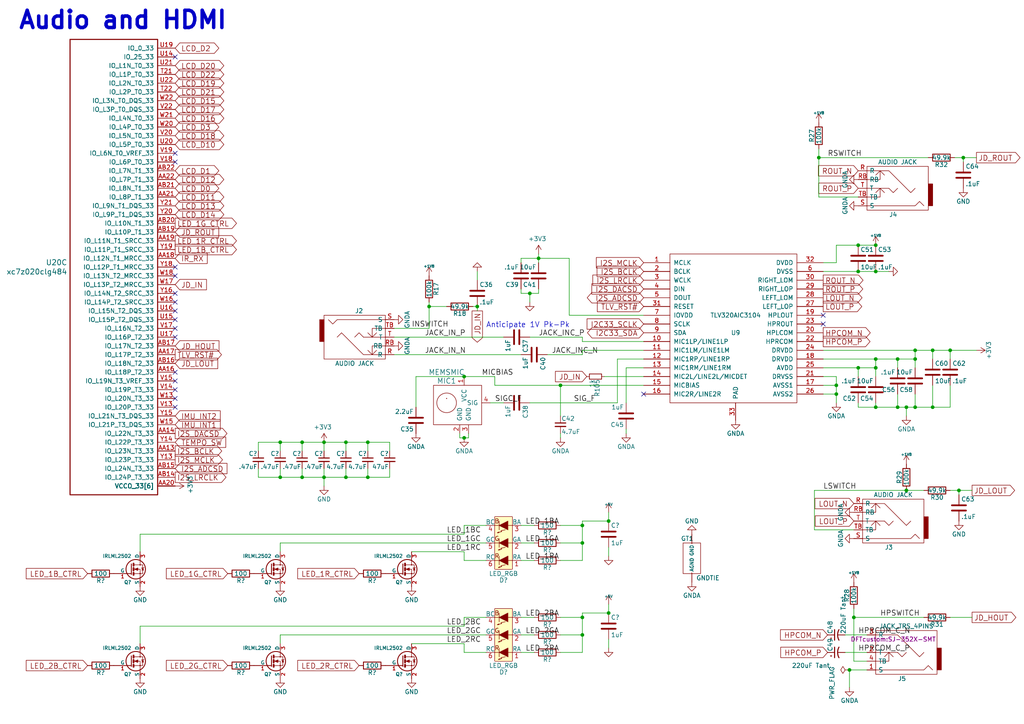
<source format=kicad_sch>
(kicad_sch (version 20230121) (generator eeschema)
  (paper "A4")
  (junction (at 100.33 128.27))
  (junction (at 242.57 114.3))
  (junction (at 87.63 128.27))
  (junction (at 138.43 88.9))
  (junction (at 134.62 127))
  (junction (at 168.91 179.07))
  (junction (at 248.92 106.68))
  (junction (at 156.21 74.93))
  (junction (at 81.28 138.43))
  (junction (at 176.53 151.13))
  (junction (at 254 106.68))
  (junction (at 270.51 118.11))
  (junction (at 81.28 128.27))
  (junction (at 106.68 138.43))
  (junction (at 265.43 101.6))
  (junction (at 254 104.14))
  (junction (at 93.98 138.43))
  (junction (at 247.65 179.07))
  (junction (at 124.46 88.9))
  (junction (at 134.62 109.22))
  (junction (at 93.98 128.27))
  (junction (at 87.63 138.43))
  (junction (at 168.91 152.4))
  (junction (at 106.68 128.27))
  (junction (at 100.33 138.43))
  (junction (at 260.35 118.11))
  (junction (at 260.35 104.14))
  (junction (at 248.92 78.74))
  (junction (at 262.89 118.11))
  (junction (at 168.91 184.15))
  (junction (at 246.38 194.31))
  (junction (at 153.67 85.09))
  (junction (at 262.89 142.24))
  (junction (at 275.59 101.6))
  (junction (at 254 118.11))
  (junction (at 248.92 71.12))
  (junction (at 270.51 101.6))
  (junction (at 168.91 157.48))
  (junction (at 265.43 118.11))
  (junction (at 176.53 177.8))
  (junction (at 254 71.12))
  (junction (at 242.57 111.76))
  (junction (at 254 78.74))
  (junction (at 237.49 45.72))
  (junction (at 162.56 111.76))
  (junction (at 279.4 45.72))
  (junction (at 278.13 142.24))
  (junction (at 265.43 104.14))
  (no_connect (at 50.8 95.25))
  (no_connect (at 50.8 110.49))
  (no_connect (at 50.8 80.01))
  (no_connect (at 50.8 118.11))
  (no_connect (at 238.76 93.98))
  (no_connect (at 50.8 97.79))
  (no_connect (at 50.8 77.47))
  (no_connect (at 50.8 90.17))
  (no_connect (at 186.69 114.3))
  (no_connect (at 50.8 44.45))
  (no_connect (at 50.8 87.63))
  (no_connect (at 50.8 115.57))
  (no_connect (at 238.76 91.44))
  (no_connect (at 50.8 92.71))
  (no_connect (at 50.8 85.09))
  (no_connect (at 50.8 46.99))
  (no_connect (at 50.8 107.95))
  (no_connect (at 50.8 113.03))
  (no_connect (at 50.8 16.51))
  (wire (pts (xy 113.03 130.81) (xy 113.03 128.27)))
  (wire (pts (xy 276.86 45.72) (xy 279.4 45.72)))
  (wire (pts (xy 236.22 142.24) (xy 262.89 142.24)))
  (wire (pts (xy 114.3 97.79) (xy 146.05 97.79)))
  (wire (pts (xy 124.46 88.9) (xy 124.46 95.25)))
  (wire (pts (xy 120.65 109.22) (xy 120.65 118.11)))
  (wire (pts (xy 156.21 74.93) (xy 165.1 74.93)))
  (wire (pts (xy 168.91 177.8) (xy 168.91 179.07)))
  (wire (pts (xy 81.28 138.43) (xy 74.93 138.43)))
  (wire (pts (xy 265.43 101.6) (xy 270.51 101.6)))
  (wire (pts (xy 162.56 125.73) (xy 162.56 127)))
  (wire (pts (xy 124.46 88.9) (xy 129.54 88.9)))
  (wire (pts (xy 236.22 153.67) (xy 247.65 153.67)))
  (wire (pts (xy 179.07 116.84) (xy 153.67 116.84)))
  (wire (pts (xy 238.76 111.76) (xy 242.57 111.76)))
  (wire (pts (xy 93.98 138.43) (xy 93.98 140.97)))
  (wire (pts (xy 151.13 102.87) (xy 114.3 102.87)))
  (wire (pts (xy 151.13 157.48) (xy 154.94 157.48)))
  (wire (pts (xy 248.92 78.74) (xy 254 78.74)))
  (wire (pts (xy 151.13 74.93) (xy 156.21 74.93)))
  (wire (pts (xy 93.98 128.27) (xy 93.98 130.81)))
  (wire (pts (xy 248.92 71.12) (xy 254 71.12)))
  (wire (pts (xy 93.98 138.43) (xy 87.63 138.43)))
  (wire (pts (xy 168.91 97.79) (xy 168.91 99.06)))
  (wire (pts (xy 124.46 95.25) (xy 114.3 95.25)))
  (wire (pts (xy 242.57 114.3) (xy 242.57 116.84)))
  (wire (pts (xy 248.92 106.68) (xy 254 106.68)))
  (wire (pts (xy 151.13 152.4) (xy 154.94 152.4)))
  (wire (pts (xy 134.62 189.23) (xy 134.62 186.69)))
  (wire (pts (xy 238.76 109.22) (xy 242.57 109.22)))
  (wire (pts (xy 278.13 142.24) (xy 281.94 142.24)))
  (wire (pts (xy 237.49 45.72) (xy 269.24 45.72)))
  (wire (pts (xy 176.53 148.59) (xy 176.53 151.13)))
  (wire (pts (xy 134.62 109.22) (xy 120.65 109.22)))
  (wire (pts (xy 176.53 177.8) (xy 168.91 177.8)))
  (wire (pts (xy 242.57 109.22) (xy 242.57 111.76)))
  (wire (pts (xy 279.4 46.99) (xy 279.4 45.72)))
  (wire (pts (xy 176.53 151.13) (xy 168.91 151.13)))
  (wire (pts (xy 106.68 128.27) (xy 100.33 128.27)))
  (wire (pts (xy 113.03 138.43) (xy 106.68 138.43)))
  (wire (pts (xy 138.43 81.28) (xy 138.43 78.74)))
  (wire (pts (xy 134.62 162.56) (xy 140.97 162.56)))
  (wire (pts (xy 100.33 128.27) (xy 93.98 128.27)))
  (wire (pts (xy 134.62 181.61) (xy 134.62 179.07)))
  (wire (pts (xy 265.43 114.3) (xy 265.43 118.11)))
  (wire (pts (xy 124.46 87.63) (xy 124.46 88.9)))
  (wire (pts (xy 81.28 130.81) (xy 81.28 128.27)))
  (wire (pts (xy 245.11 184.15) (xy 251.46 184.15)))
  (wire (pts (xy 247.65 179.07) (xy 267.97 179.07)))
  (wire (pts (xy 238.76 104.14) (xy 254 104.14)))
  (wire (pts (xy 168.91 151.13) (xy 168.91 152.4)))
  (wire (pts (xy 270.51 101.6) (xy 270.51 104.14)))
  (wire (pts (xy 260.35 114.3) (xy 260.35 118.11)))
  (wire (pts (xy 87.63 128.27) (xy 81.28 128.27)))
  (wire (pts (xy 151.13 85.09) (xy 153.67 85.09)))
  (wire (pts (xy 106.68 128.27) (xy 106.68 130.81)))
  (wire (pts (xy 279.4 45.72) (xy 283.21 45.72)))
  (wire (pts (xy 168.91 189.23) (xy 162.56 189.23)))
  (wire (pts (xy 162.56 184.15) (xy 168.91 184.15)))
  (wire (pts (xy 176.53 158.75) (xy 176.53 161.29)))
  (wire (pts (xy 106.68 138.43) (xy 100.33 138.43)))
  (wire (pts (xy 142.24 116.84) (xy 146.05 116.84)))
  (wire (pts (xy 247.65 179.07) (xy 247.65 191.77)))
  (wire (pts (xy 40.64 181.61) (xy 134.62 181.61)))
  (wire (pts (xy 87.63 138.43) (xy 81.28 138.43)))
  (wire (pts (xy 81.28 128.27) (xy 74.93 128.27)))
  (wire (pts (xy 251.46 189.23) (xy 245.11 189.23)))
  (wire (pts (xy 265.43 118.11) (xy 270.51 118.11)))
  (wire (pts (xy 134.62 186.69) (xy 119.38 186.69)))
  (wire (pts (xy 176.53 185.42) (xy 176.53 187.96)))
  (wire (pts (xy 165.1 91.44) (xy 165.1 74.93)))
  (wire (pts (xy 153.67 97.79) (xy 168.91 97.79)))
  (wire (pts (xy 40.64 181.61) (xy 40.64 186.69)))
  (wire (pts (xy 275.59 142.24) (xy 278.13 142.24)))
  (wire (pts (xy 270.51 101.6) (xy 275.59 101.6)))
  (wire (pts (xy 247.65 191.77) (xy 251.46 191.77)))
  (wire (pts (xy 248.92 118.11) (xy 254 118.11)))
  (wire (pts (xy 93.98 128.27) (xy 87.63 128.27)))
  (wire (pts (xy 162.56 111.76) (xy 186.69 111.76)))
  (wire (pts (xy 153.67 85.09) (xy 156.21 85.09)))
  (wire (pts (xy 143.51 109.22) (xy 134.62 109.22)))
  (wire (pts (xy 260.35 104.14) (xy 265.43 104.14)))
  (wire (pts (xy 181.61 124.46) (xy 181.61 125.73)))
  (wire (pts (xy 74.93 128.27) (xy 74.93 130.81)))
  (wire (pts (xy 168.91 162.56) (xy 162.56 162.56)))
  (wire (pts (xy 242.57 76.2) (xy 242.57 71.12)))
  (wire (pts (xy 262.89 142.24) (xy 267.97 142.24)))
  (wire (pts (xy 238.76 101.6) (xy 265.43 101.6)))
  (wire (pts (xy 134.62 160.02) (xy 119.38 160.02)))
  (wire (pts (xy 186.69 109.22) (xy 175.26 109.22)))
  (wire (pts (xy 151.13 184.15) (xy 154.94 184.15)))
  (wire (pts (xy 81.28 160.02) (xy 81.28 157.48)))
  (wire (pts (xy 168.91 152.4) (xy 168.91 157.48)))
  (wire (pts (xy 236.22 142.24) (xy 236.22 153.67)))
  (wire (pts (xy 168.91 179.07) (xy 168.91 184.15)))
  (wire (pts (xy 158.75 102.87) (xy 168.91 102.87)))
  (wire (pts (xy 74.93 138.43) (xy 74.93 135.89)))
  (wire (pts (xy 143.51 111.76) (xy 162.56 111.76)))
  (wire (pts (xy 156.21 85.09) (xy 156.21 83.82)))
  (wire (pts (xy 176.53 175.26) (xy 176.53 177.8)))
  (wire (pts (xy 137.16 88.9) (xy 138.43 88.9)))
  (wire (pts (xy 168.91 184.15) (xy 168.91 189.23)))
  (wire (pts (xy 246.38 194.31) (xy 251.46 194.31)))
  (wire (pts (xy 242.57 71.12) (xy 248.92 71.12)))
  (wire (pts (xy 181.61 106.68) (xy 181.61 116.84)))
  (wire (pts (xy 100.33 138.43) (xy 93.98 138.43)))
  (wire (pts (xy 134.62 152.4) (xy 140.97 152.4)))
  (wire (pts (xy 248.92 106.68) (xy 248.92 109.22)))
  (wire (pts (xy 262.89 118.11) (xy 262.89 120.65)))
  (wire (pts (xy 156.21 73.66) (xy 156.21 74.93)))
  (wire (pts (xy 254 104.14) (xy 254 106.68)))
  (wire (pts (xy 270.51 118.11) (xy 275.59 118.11)))
  (wire (pts (xy 254 106.68) (xy 254 109.22)))
  (wire (pts (xy 238.76 76.2) (xy 242.57 76.2)))
  (wire (pts (xy 151.13 76.2) (xy 151.13 74.93)))
  (wire (pts (xy 238.76 78.74) (xy 248.92 78.74)))
  (wire (pts (xy 237.49 57.15) (xy 248.92 57.15)))
  (wire (pts (xy 237.49 43.18) (xy 237.49 45.72)))
  (wire (pts (xy 242.57 111.76) (xy 242.57 114.3)))
  (wire (pts (xy 151.13 162.56) (xy 154.94 162.56)))
  (wire (pts (xy 134.62 127) (xy 135.89 127)))
  (wire (pts (xy 81.28 186.69) (xy 81.28 184.15)))
  (wire (pts (xy 40.64 154.94) (xy 134.62 154.94)))
  (wire (pts (xy 153.67 87.63) (xy 153.67 85.09)))
  (wire (pts (xy 168.91 157.48) (xy 168.91 162.56)))
  (wire (pts (xy 151.13 179.07) (xy 154.94 179.07)))
  (wire (pts (xy 254 118.11) (xy 260.35 118.11)))
  (wire (pts (xy 275.59 118.11) (xy 275.59 111.76)))
  (wire (pts (xy 247.65 176.53) (xy 247.65 179.07)))
  (wire (pts (xy 81.28 184.15) (xy 140.97 184.15)))
  (wire (pts (xy 162.56 157.48) (xy 168.91 157.48)))
  (wire (pts (xy 275.59 179.07) (xy 281.94 179.07)))
  (wire (pts (xy 87.63 135.89) (xy 87.63 138.43)))
  (wire (pts (xy 162.56 179.07) (xy 168.91 179.07)))
  (wire (pts (xy 238.76 114.3) (xy 242.57 114.3)))
  (wire (pts (xy 179.07 104.14) (xy 186.69 104.14)))
  (wire (pts (xy 134.62 162.56) (xy 134.62 160.02)))
  (wire (pts (xy 238.76 106.68) (xy 248.92 106.68)))
  (wire (pts (xy 162.56 111.76) (xy 162.56 120.65)))
  (wire (pts (xy 260.35 118.11) (xy 262.89 118.11)))
  (wire (pts (xy 134.62 179.07) (xy 140.97 179.07)))
  (wire (pts (xy 246.38 194.31) (xy 246.38 199.39)))
  (wire (pts (xy 134.62 189.23) (xy 140.97 189.23)))
  (wire (pts (xy 168.91 102.87) (xy 168.91 101.6)))
  (wire (pts (xy 237.49 45.72) (xy 237.49 57.15)))
  (wire (pts (xy 254 104.14) (xy 260.35 104.14)))
  (wire (pts (xy 265.43 104.14) (xy 265.43 106.68)))
  (wire (pts (xy 254 118.11) (xy 254 116.84)))
  (wire (pts (xy 168.91 101.6) (xy 186.69 101.6)))
  (wire (pts (xy 113.03 138.43) (xy 113.03 135.89)))
  (wire (pts (xy 179.07 104.14) (xy 179.07 116.84)))
  (wire (pts (xy 100.33 135.89) (xy 100.33 138.43)))
  (wire (pts (xy 106.68 135.89) (xy 106.68 138.43)))
  (wire (pts (xy 162.56 152.4) (xy 168.91 152.4)))
  (wire (pts (xy 254 78.74) (xy 257.81 78.74)))
  (wire (pts (xy 156.21 74.93) (xy 156.21 76.2)))
  (wire (pts (xy 248.92 118.11) (xy 248.92 116.84)))
  (wire (pts (xy 260.35 104.14) (xy 260.35 106.68)))
  (wire (pts (xy 275.59 101.6) (xy 283.21 101.6)))
  (wire (pts (xy 265.43 101.6) (xy 265.43 104.14)))
  (wire (pts (xy 113.03 128.27) (xy 106.68 128.27)))
  (wire (pts (xy 81.28 135.89) (xy 81.28 138.43)))
  (wire (pts (xy 135.89 127) (xy 135.89 125.73)))
  (wire (pts (xy 168.91 99.06) (xy 186.69 99.06)))
  (wire (pts (xy 133.35 127) (xy 134.62 127)))
  (wire (pts (xy 133.35 125.73) (xy 133.35 127)))
  (wire (pts (xy 270.51 111.76) (xy 270.51 118.11)))
  (wire (pts (xy 87.63 128.27) (xy 87.63 130.81)))
  (wire (pts (xy 262.89 118.11) (xy 265.43 118.11)))
  (wire (pts (xy 151.13 189.23) (xy 154.94 189.23)))
  (wire (pts (xy 40.64 154.94) (xy 40.64 160.02)))
  (wire (pts (xy 81.28 157.48) (xy 140.97 157.48)))
  (wire (pts (xy 151.13 83.82) (xy 151.13 85.09)))
  (wire (pts (xy 100.33 128.27) (xy 100.33 130.81)))
  (wire (pts (xy 186.69 91.44) (xy 165.1 91.44)))
  (wire (pts (xy 93.98 135.89) (xy 93.98 138.43)))
  (wire (pts (xy 138.43 88.9) (xy 138.43 90.17)))
  (wire (pts (xy 278.13 143.51) (xy 278.13 142.24)))
  (wire (pts (xy 186.69 106.68) (xy 181.61 106.68)))
  (wire (pts (xy 134.62 154.94) (xy 134.62 152.4)))
  (wire (pts (xy 275.59 101.6) (xy 275.59 104.14)))
  (wire (pts (xy 143.51 111.76) (xy 143.51 109.22)))
  (text "Audio and HDMI" (at 5.08 8.89 0) (effects (font (size 5.0038 5.0038) (thickness 1.0008) bold) (justify left bottom)))
  (text "Anticipate 1V Pk-Pk" (at 140.97 95.25 0) (effects (font (size 1.5494 1.5494)) (justify left bottom)))
  (label "MICBIAS" (at 139.7 109.22 0) (effects (font (size 1.524 1.524))))
  (label "LED_2GA" (at 152.4 184.15 0) (effects (font (size 1.524 1.524))))
  (label "LED_2GC" (at 129.54 184.15 0) (effects (font (size 1.524 1.524))))
  (label "LED_1RC" (at 129.54 160.02 0) (effects (font (size 1.524 1.524))))
  (label "LED_1RA" (at 152.4 162.56 0) (effects (font (size 1.524 1.524))))
  (label "LED_1BC" (at 129.54 154.94 0) (effects (font (size 1.524 1.524))))
  (label "LED_2BC" (at 129.54 181.61 0) (effects (font (size 1.524 1.524))))
  (label "JACK_INC_N" (at 160.02 102.87 0) (effects (font (size 1.524 1.524))))
  (label "LSWITCH" (at 238.76 142.24 0) (effects (font (size 1.524 1.524))))
  (label "LED_2RA" (at 152.4 189.23 0) (effects (font (size 1.524 1.524))))
  (label "HPRCOM_C_N" (at 248.92 184.15 0) (effects (font (size 1.524 1.524))))
  (label "SIG_F" (at 166.37 116.84 0) (effects (font (size 1.524 1.524))))
  (label "LED_1BA" (at 152.4 152.4 0) (effects (font (size 1.524 1.524))))
  (label "LED_1GA" (at 152.4 157.48 0) (effects (font (size 1.524 1.524))))
  (label "LED_1GC" (at 129.54 157.48 0) (effects (font (size 1.524 1.524))))
  (label "HPRCOM_C_P" (at 248.92 189.23 0) (effects (font (size 1.524 1.524))))
  (label "RSWITCH" (at 240.03 45.72 0) (effects (font (size 1.524 1.524))))
  (label "SIGC_F" (at 143.51 116.84 0) (effects (font (size 1.524 1.524))))
  (label "JACK_IN_N" (at 123.19 102.87 0) (effects (font (size 1.524 1.524))))
  (label "LED_2BA" (at 152.4 179.07 0) (effects (font (size 1.524 1.524))))
  (label "HPSWITCH" (at 255.27 179.07 0) (effects (font (size 1.524 1.524))))
  (label "JACK_INC_P" (at 156.21 97.79 0) (effects (font (size 1.524 1.524))))
  (label "JACK_IN_P" (at 123.19 97.79 0) (effects (font (size 1.524 1.524))))
  (label "INSWITCH" (at 119.38 95.25 0) (effects (font (size 1.524 1.524))))
  (label "LED_2RC" (at 129.54 186.69 0) (effects (font (size 1.524 1.524))))
  (global_label "TLV_RST#" (shape output) (at 50.8 102.87 0) (effects (font (size 1.524 1.524))) (property "Intersheetrefs" "${INTERSHEET_REFS}" (effects hide)))
  (global_label "LOUT_N" (shape input) (at 247.65 146.05 180) (effects (font (size 1.524 1.524))) (property "Intersheetrefs" "${INTERSHEET_REFS}" (effects hide)))
  (global_label "I2S_DACSD" (shape output) (at 50.8 125.73 0) (effects (font (size 1.524 1.524))) (property "Intersheetrefs" "${INTERSHEET_REFS}" (effects hide)))
  (global_label "ROUT_P" (shape output) (at 238.76 83.82 0) (effects (font (size 1.524 1.524))) (property "Intersheetrefs" "${INTERSHEET_REFS}" (effects hide)))
  (global_label "LCD_D13" (shape bidirectional) (at 50.8 59.69 0) (effects (font (size 1.524 1.524))) (property "Intersheetrefs" "${INTERSHEET_REFS}" (effects hide)))
  (global_label "LCD_D0" (shape bidirectional) (at 50.8 54.61 0) (effects (font (size 1.524 1.524))) (property "Intersheetrefs" "${INTERSHEET_REFS}" (effects hide)))
  (global_label "LCD_D20" (shape bidirectional) (at 50.8 19.05 0) (effects (font (size 1.524 1.524))) (property "Intersheetrefs" "${INTERSHEET_REFS}" (effects hide)))
  (global_label "LCD_D19" (shape bidirectional) (at 50.8 24.13 0) (effects (font (size 1.524 1.524))) (property "Intersheetrefs" "${INTERSHEET_REFS}" (effects hide)))
  (global_label "I2S_LRCLK" (shape input) (at 186.69 81.28 180) (effects (font (size 1.524 1.524))) (property "Intersheetrefs" "${INTERSHEET_REFS}" (effects hide)))
  (global_label "LOUT_P" (shape output) (at 238.76 88.9 0) (effects (font (size 1.524 1.524))) (property "Intersheetrefs" "${INTERSHEET_REFS}" (effects hide)))
  (global_label "IR_RX" (shape input) (at 50.8 74.93 0) (effects (font (size 1.524 1.524))) (property "Intersheetrefs" "${INTERSHEET_REFS}" (effects hide)))
  (global_label "JD_HOUT" (shape input) (at 50.8 100.33 0) (effects (font (size 1.524 1.524))) (property "Intersheetrefs" "${INTERSHEET_REFS}" (effects hide)))
  (global_label "LCD_D1" (shape bidirectional) (at 50.8 49.53 0) (effects (font (size 1.524 1.524))) (property "Intersheetrefs" "${INTERSHEET_REFS}" (effects hide)))
  (global_label "LCD_D11" (shape bidirectional) (at 50.8 57.15 0) (effects (font (size 1.524 1.524))) (property "Intersheetrefs" "${INTERSHEET_REFS}" (effects hide)))
  (global_label "ROUT_N" (shape output) (at 238.76 81.28 0) (effects (font (size 1.524 1.524))) (property "Intersheetrefs" "${INTERSHEET_REFS}" (effects hide)))
  (global_label "LED_1G_CTRL" (shape input) (at 66.04 166.37 180) (effects (font (size 1.524 1.524))) (property "Intersheetrefs" "${INTERSHEET_REFS}" (effects hide)))
  (global_label "JD_ROUT" (shape output) (at 283.21 45.72 0) (effects (font (size 1.524 1.524))) (property "Intersheetrefs" "${INTERSHEET_REFS}" (effects hide)))
  (global_label "LCD_D3" (shape bidirectional) (at 50.8 36.83 0) (effects (font (size 1.524 1.524))) (property "Intersheetrefs" "${INTERSHEET_REFS}" (effects hide)))
  (global_label "LCD_D18" (shape bidirectional) (at 50.8 39.37 0) (effects (font (size 1.524 1.524))) (property "Intersheetrefs" "${INTERSHEET_REFS}" (effects hide)))
  (global_label "LOUT_N" (shape output) (at 238.76 86.36 0) (effects (font (size 1.524 1.524))) (property "Intersheetrefs" "${INTERSHEET_REFS}" (effects hide)))
  (global_label "I2S_BCLK" (shape output) (at 50.8 130.81 0) (effects (font (size 1.524 1.524))) (property "Intersheetrefs" "${INTERSHEET_REFS}" (effects hide)))
  (global_label "LED_1R_CTRL" (shape input) (at 104.14 166.37 180) (effects (font (size 1.524 1.524))) (property "Intersheetrefs" "${INTERSHEET_REFS}" (effects hide)))
  (global_label "TLV_RST#" (shape input) (at 186.69 88.9 180) (effects (font (size 1.524 1.524))) (property "Intersheetrefs" "${INTERSHEET_REFS}" (effects hide)))
  (global_label "LED_2G_CTRL" (shape input) (at 66.04 193.04 180) (effects (font (size 1.524 1.524))) (property "Intersheetrefs" "${INTERSHEET_REFS}" (effects hide)))
  (global_label "JD_LOUT" (shape output) (at 281.94 142.24 0) (effects (font (size 1.524 1.524))) (property "Intersheetrefs" "${INTERSHEET_REFS}" (effects hide)))
  (global_label "ROUT_P" (shape input) (at 248.92 54.61 180) (effects (font (size 1.524 1.524))) (property "Intersheetrefs" "${INTERSHEET_REFS}" (effects hide)))
  (global_label "I2C33_SDA" (shape bidirectional) (at 186.69 96.52 180) (effects (font (size 1.524 1.524))) (property "Intersheetrefs" "${INTERSHEET_REFS}" (effects hide)))
  (global_label "JD_IN" (shape input) (at 170.18 109.22 180) (effects (font (size 1.524 1.524))) (property "Intersheetrefs" "${INTERSHEET_REFS}" (effects hide)))
  (global_label "LCD_D16" (shape bidirectional) (at 50.8 34.29 0) (effects (font (size 1.524 1.524))) (property "Intersheetrefs" "${INTERSHEET_REFS}" (effects hide)))
  (global_label "JD_LOUT" (shape input) (at 50.8 105.41 0) (effects (font (size 1.524 1.524))) (property "Intersheetrefs" "${INTERSHEET_REFS}" (effects hide)))
  (global_label "HPCOM_N" (shape input) (at 240.03 184.15 180) (effects (font (size 1.524 1.524))) (property "Intersheetrefs" "${INTERSHEET_REFS}" (effects hide)))
  (global_label "LCD_D12" (shape bidirectional) (at 50.8 52.07 0) (effects (font (size 1.524 1.524))) (property "Intersheetrefs" "${INTERSHEET_REFS}" (effects hide)))
  (global_label "LCD_D14" (shape bidirectional) (at 50.8 62.23 0) (effects (font (size 1.524 1.524))) (property "Intersheetrefs" "${INTERSHEET_REFS}" (effects hide)))
  (global_label "LCD_D10" (shape bidirectional) (at 50.8 41.91 0) (effects (font (size 1.524 1.524))) (property "Intersheetrefs" "${INTERSHEET_REFS}" (effects hide)))
  (global_label "LED_2B_CTRL" (shape input) (at 25.4 193.04 180) (effects (font (size 1.524 1.524))) (property "Intersheetrefs" "${INTERSHEET_REFS}" (effects hide)))
  (global_label "JD_IN" (shape output) (at 138.43 90.17 270) (effects (font (size 1.524 1.524))) (property "Intersheetrefs" "${INTERSHEET_REFS}" (effects hide)))
  (global_label "LCD_D2" (shape bidirectional) (at 50.8 13.97 0) (effects (font (size 1.524 1.524))) (property "Intersheetrefs" "${INTERSHEET_REFS}" (effects hide)))
  (global_label "LED_1G_CTRL" (shape output) (at 50.8 64.77 0) (effects (font (size 1.524 1.524))) (property "Intersheetrefs" "${INTERSHEET_REFS}" (effects hide)))
  (global_label "LED_1R_CTRL" (shape output) (at 50.8 69.85 0) (effects (font (size 1.524 1.524))) (property "Intersheetrefs" "${INTERSHEET_REFS}" (effects hide)))
  (global_label "I2S_DACSD" (shape input) (at 186.69 83.82 180) (effects (font (size 1.524 1.524))) (property "Intersheetrefs" "${INTERSHEET_REFS}" (effects hide)))
  (global_label "LED_1B_CTRL" (shape output) (at 50.8 72.39 0) (effects (font (size 1.524 1.524))) (property "Intersheetrefs" "${INTERSHEET_REFS}" (effects hide)))
  (global_label "ROUT_N" (shape input) (at 248.92 49.53 180) (effects (font (size 1.524 1.524))) (property "Intersheetrefs" "${INTERSHEET_REFS}" (effects hide)))
  (global_label "I2S_MCLK" (shape output) (at 50.8 133.35 0) (effects (font (size 1.524 1.524))) (property "Intersheetrefs" "${INTERSHEET_REFS}" (effects hide)))
  (global_label "IMU_INT2" (shape input) (at 50.8 120.65 0) (effects (font (size 1.524 1.524))) (property "Intersheetrefs" "${INTERSHEET_REFS}" (effects hide)))
  (global_label "LCD_D21" (shape bidirectional) (at 50.8 26.67 0) (effects (font (size 1.524 1.524))) (property "Intersheetrefs" "${INTERSHEET_REFS}" (effects hide)))
  (global_label "I2S_ADCSD" (shape input) (at 50.8 135.89 0) (effects (font (size 1.524 1.524))) (property "Intersheetrefs" "${INTERSHEET_REFS}" (effects hide)))
  (global_label "LCD_D17" (shape bidirectional) (at 50.8 31.75 0) (effects (font (size 1.524 1.524))) (property "Intersheetrefs" "${INTERSHEET_REFS}" (effects hide)))
  (global_label "I2S_ADCSD" (shape bidirectional) (at 186.69 86.36 180) (effects (font (size 1.524 1.524))) (property "Intersheetrefs" "${INTERSHEET_REFS}" (effects hide)))
  (global_label "LOUT_P" (shape input) (at 247.65 151.13 180) (effects (font (size 1.524 1.524))) (property "Intersheetrefs" "${INTERSHEET_REFS}" (effects hide)))
  (global_label "LED_2R_CTRL" (shape input) (at 104.14 193.04 180) (effects (font (size 1.524 1.524))) (property "Intersheetrefs" "${INTERSHEET_REFS}" (effects hide)))
  (global_label "LCD_D15" (shape bidirectional) (at 50.8 29.21 0) (effects (font (size 1.524 1.524))) (property "Intersheetrefs" "${INTERSHEET_REFS}" (effects hide)))
  (global_label "I2S_MCLK" (shape input) (at 186.69 76.2 180) (effects (font (size 1.524 1.524))) (property "Intersheetrefs" "${INTERSHEET_REFS}" (effects hide)))
  (global_label "HPCOM_N" (shape output) (at 238.76 96.52 0) (effects (font (size 1.524 1.524))) (property "Intersheetrefs" "${INTERSHEET_REFS}" (effects hide)))
  (global_label "TEMPO_SW" (shape input) (at 50.8 128.27 0) (effects (font (size 1.524 1.524))) (property "Intersheetrefs" "${INTERSHEET_REFS}" (effects hide)))
  (global_label "I2S_LRCLK" (shape output) (at 50.8 138.43 0) (effects (font (size 1.524 1.524))) (property "Intersheetrefs" "${INTERSHEET_REFS}" (effects hide)))
  (global_label "JD_HOUT" (shape output) (at 281.94 179.07 0) (effects (font (size 1.524 1.524))) (property "Intersheetrefs" "${INTERSHEET_REFS}" (effects hide)))
  (global_label "LCD_D22" (shape bidirectional) (at 50.8 21.59 0) (effects (font (size 1.524 1.524))) (property "Intersheetrefs" "${INTERSHEET_REFS}" (effects hide)))
  (global_label "I2C33_SCLK" (shape input) (at 186.69 93.98 180) (effects (font (size 1.524 1.524))) (property "Intersheetrefs" "${INTERSHEET_REFS}" (effects hide)))
  (global_label "LED_1B_CTRL" (shape input) (at 25.4 166.37 180) (effects (font (size 1.524 1.524))) (property "Intersheetrefs" "${INTERSHEET_REFS}" (effects hide)))
  (global_label "JD_ROUT" (shape input) (at 50.8 67.31 0) (effects (font (size 1.524 1.524))) (property "Intersheetrefs" "${INTERSHEET_REFS}" (effects hide)))
  (global_label "HPCOM_P" (shape input) (at 240.03 189.23 180) (effects (font (size 1.524 1.524))) (property "Intersheetrefs" "${INTERSHEET_REFS}" (effects hide)))
  (global_label "I2S_BCLK" (shape input) (at 186.69 78.74 180) (effects (font (size 1.524 1.524))) (property "Intersheetrefs" "${INTERSHEET_REFS}" (effects hide)))
  (global_label "IMU_INT1" (shape input) (at 50.8 123.19 0) (effects (font (size 1.524 1.524))) (property "Intersheetrefs" "${INTERSHEET_REFS}" (effects hide)))
  (global_label "JD_IN" (shape input) (at 50.8 82.55 0) (effects (font (size 1.524 1.524))) (property "Intersheetrefs" "${INTERSHEET_REFS}" (effects hide)))
  (global_label "HPCOM_P" (shape output) (at 238.76 99.06 0) (effects (font (size 1.524 1.524))) (property "Intersheetrefs" "${INTERSHEET_REFS}" (effects hide)))
  (symbol (lib_id "Device:R") (at 237.49 39.37 180) (unit 1)
    (property "Reference" "R27" (at 235.458 39.37 90))
    (property "Value" "100k" (at 237.49 39.37 90))
    (property "Footprint" "Resistor_SMD:R_0402_1005Metric" (effects hide))
    (property "MFR" "Yageo" (effects hide))
    (property "MPN" "RC0402FR-07100KL" (effects hide))
    (property "SPR" "Digikey" (effects hide))
    (property "SPN" "311-100KLRTR-ND" (effects hide))
  )
  (symbol (lib_id "Device:R") (at 262.89 138.43 180) (unit 1)
    (property "Reference" "R29" (at 260.858 138.43 90))
    (property "Value" "100k" (at 262.89 138.43 90))
    (property "Footprint" "Resistor_SMD:R_0402_1005Metric" (effects hide))
    (property "MFR" "Yageo" (effects hide))
    (property "MPN" "RC0402FR-07100KL" (effects hide))
    (property "SPR" "Digikey" (effects hide))
    (property "SPN" "311-100KLRTR-ND" (effects hide))
  )
  (symbol (lib_id "Device:R") (at 247.65 172.72 180) (unit 1)
    (property "Reference" "R28" (at 245.618 172.72 90))
    (property "Value" "100k" (at 247.65 172.72 90))
    (property "Footprint" "Resistor_SMD:R_0402_1005Metric" (effects hide))
    (property "MFR" "Yageo" (effects hide))
    (property "MPN" "RC0402FR-07100KL" (effects hide))
    (property "SPR" "Digikey" (effects hide))
    (property "SPN" "311-100KLRTR-ND" (effects hide))
  )
  (symbol (lib_id "Device:R") (at 273.05 45.72 270) (unit 1)
    (property "Reference" "R32" (at 273.05 47.752 90))
    (property "Value" "49.9k" (at 273.05 45.72 90))
    (property "Footprint" "Resistor_SMD:R_0402_1005Metric" (effects hide))
    (property "MFR" "Yageo" (effects hide))
    (property "MPN" "RC0402FR-0749K9L" (effects hide))
    (property "SPR" "Digikey" (effects hide))
    (property "SPN" "311-49.9KLRCT-ND" (effects hide))
  )
  (symbol (lib_id "Device:R") (at 271.78 142.24 270) (unit 1)
    (property "Reference" "R30" (at 271.78 144.272 90))
    (property "Value" "49.9k" (at 271.78 142.24 90))
    (property "Footprint" "Resistor_SMD:R_0402_1005Metric" (effects hide))
    (property "MFR" "Yageo" (effects hide))
    (property "MPN" "RC0402FR-0749K9L" (effects hide))
    (property "SPR" "Digikey" (effects hide))
    (property "SPN" "311-49.9KLRCT-ND" (effects hide))
  )
  (symbol (lib_id "Device:R") (at 271.78 179.07 270) (unit 1)
    (property "Reference" "R31" (at 271.78 181.102 90))
    (property "Value" "49.9k" (at 271.78 179.07 90))
    (property "Footprint" "Resistor_SMD:R_0402_1005Metric" (effects hide))
    (property "MFR" "Yageo" (effects hide))
    (property "MPN" "RC0402FR-0749K9L" (effects hide))
    (property "SPR" "Digikey" (effects hide))
    (property "SPN" "311-49.9KLRCT-ND" (effects hide))
  )
  (symbol (lib_id "power:GND") (at 279.4 54.61 0) (unit 1)
    (property "Reference" "#PWR099" (effects hide))
    (property "Value" "GND" (at 279.4 58.42 0))
  )
  (symbol (lib_id "power:GND") (at 278.13 151.13 0) (unit 1)
    (property "Reference" "#PWR098" (effects hide))
    (property "Value" "GND" (at 278.13 154.94 0))
  )
  (symbol (lib_id "Device:R") (at 124.46 83.82 0) (unit 1)
    (property "Reference" "R17" (at 126.492 83.82 90))
    (property "Value" "100k" (at 124.46 83.82 90))
    (property "Footprint" "Resistor_SMD:R_0402_1005Metric" (effects hide))
    (property "MFR" "Yageo" (effects hide))
    (property "MPN" "RC0402FR-07100KL" (effects hide))
    (property "SPR" "Digikey" (effects hide))
    (property "SPN" "311-100KLRTR-ND" (effects hide))
  )
  (symbol (lib_id "Device:R") (at 133.35 88.9 270) (unit 1)
    (property "Reference" "R18" (at 133.35 90.932 90))
    (property "Value" "49.9k" (at 133.35 88.9 90))
    (property "Footprint" "Resistor_SMD:R_0402_1005Metric" (effects hide))
    (property "MFR" "Yageo" (effects hide))
    (property "MPN" "RC0402FR-0749K9L" (effects hide))
    (property "SPR" "Digikey" (effects hide))
    (property "SPN" "311-49.9KLRCT-ND" (effects hide))
  )
  (symbol (lib_id "Device:C") (at 138.43 85.09 0) (unit 1)
    (property "Reference" "C36" (at 139.065 82.55 0) (effects (justify left)))
    (property "Value" ".1uF" (at 139.065 87.63 0) (effects (justify left)))
    (property "Footprint" "Capacitor_SMD:C_0402_1005Metric" (effects hide))
    (property "MFR" "Yageo" (effects hide))
    (property "MPN" "CC0402KRX7R6BB104" (effects hide))
    (property "SPR" "Digikey" (effects hide))
    (property "SPN" "311-1345-1-ND" (effects hide))
  )
  (symbol (lib_id "Device:C") (at 279.4 50.8 0) (unit 1)
    (property "Reference" "C64" (at 280.035 48.26 0) (effects (justify left)))
    (property "Value" ".1uF" (at 280.035 53.34 0) (effects (justify left)))
    (property "Footprint" "Capacitor_SMD:C_0402_1005Metric" (effects hide))
    (property "MFR" "Yageo" (effects hide))
    (property "MPN" "CC0402KRX7R6BB104" (effects hide))
    (property "SPR" "Digikey" (effects hide))
    (property "SPN" "311-1345-1-ND" (effects hide))
  )
  (symbol (lib_id "Device:C") (at 278.13 147.32 0) (unit 1)
    (property "Reference" "C63" (at 278.765 144.78 0) (effects (justify left)))
    (property "Value" ".1uF" (at 278.765 149.86 0) (effects (justify left)))
    (property "Footprint" "Capacitor_SMD:C_0402_1005Metric" (effects hide))
    (property "MFR" "Yageo" (effects hide))
    (property "MPN" "CC0402KRX7R6BB104" (effects hide))
    (property "SPR" "Digikey" (effects hide))
    (property "SPN" "311-1345-1-ND" (effects hide))
  )
  (symbol (lib_id "DFTBoard-rescue:JACK_TRS_5PINS") (at 259.08 54.61 180) (unit 1)
    (property "Reference" "J4" (at 259.08 62.23 0))
    (property "Value" "AUDIO JACK" (at 260.35 46.99 0))
    (property "Footprint" "DFTcustom:RA49C14B" (effects hide))
    (property "MFR" "Switchcraft Conxall" (effects hide))
    (property "MPN" "RA49C12B" (effects hide))
    (property "SPR" "Digikey" (effects hide))
    (property "SPN" "SC2083-ND" (effects hide))
  )
  (symbol (lib_id "DFTBoard-rescue:JACK_TRS_5PINS") (at 257.81 151.13 180) (unit 1)
    (property "Reference" "J3" (at 257.81 158.75 0))
    (property "Value" "AUDIO JACK" (at 259.08 143.51 0))
    (property "Footprint" "DFTcustom:RA49C14B" (effects hide))
    (property "MFR" "Switchcraft Conxall" (effects hide))
    (property "MPN" "RA49C12B" (effects hide))
    (property "SPR" "Digikey" (effects hide))
    (property "SPN" "SC2083-ND" (effects hide))
  )
  (symbol (lib_id "DFTBoard-rescue:JACK_TRS_5PINS") (at 104.14 97.79 0) (unit 1)
    (property "Reference" "J2" (at 104.14 90.17 0))
    (property "Value" "AUDIO JACK" (at 102.87 105.41 0))
    (property "Footprint" "DFTcustom:RA49C14B" (effects hide))
    (property "MFR" "Switchcraft Conxall" (effects hide))
    (property "MPN" "RA49C12B" (effects hide))
    (property "SPR" "Digikey" (effects hide))
    (property "SPN" "SC2083-ND" (effects hide))
  )
  (symbol (lib_id "power:GNDA") (at 114.3 100.33 90) (unit 1)
    (property "Reference" "#PWR064" (effects hide))
    (property "Value" "GNDA" (at 118.11 100.33 0))
  )
  (symbol (lib_id "DFTBoard-rescue:MEMSMIC") (at 129.54 115.57 0) (unit 1)
    (property "Reference" "MIC1" (at 129.54 110.49 0) (effects (font (size 1.524 1.524))))
    (property "Value" "MEMSMIC" (at 129.54 107.95 0) (effects (font (size 1.524 1.524))))
    (property "Footprint" "SPW2430HR5H-B:MIC_SPW2430HR5H-B" (effects hide))
    (property "MFR" "Knowles" (effects hide))
    (property "MPN" "SPW2430HR5H-B" (effects hide))
    (property "SPR" "Digikey" (effects hide))
    (property "SPN" "423-1394-1-ND" (effects hide))
  )
  (symbol (lib_id "power:GNDA") (at 246.38 199.39 0) (unit 1)
    (property "Reference" "#PWR087" (effects hide))
    (property "Value" "GNDA" (at 246.38 203.2 0))
  )
  (symbol (lib_id "Device:C") (at 151.13 80.01 180) (unit 1)
    (property "Reference" "C39" (at 150.495 82.55 0) (effects (justify left)))
    (property "Value" ".1uF" (at 150.495 77.47 0) (effects (justify left)))
    (property "Footprint" "Capacitor_SMD:C_0402_1005Metric" (effects hide))
    (property "MFR" "Yageo" (effects hide))
    (property "MPN" "CC0402KRX7R6BB104" (effects hide))
    (property "SPR" "Digikey" (effects hide))
    (property "SPN" "311-1345-1-ND" (effects hide))
  )
  (symbol (lib_id "Device:C") (at 156.21 80.01 180) (unit 1)
    (property "Reference" "C41" (at 155.575 82.55 0) (effects (justify left)))
    (property "Value" "10uF" (at 155.575 77.47 0) (effects (justify left)))
    (property "Footprint" "Capacitor_SMD:C_0603_1608Metric" (effects hide))
    (property "MFR" "Murata" (effects hide))
    (property "MPN" "GRM188R61A106KE69J" (effects hide))
    (property "SPR" "Digikey" (effects hide))
    (property "SPN" "490-14372-1-ND" (effects hide))
  )
  (symbol (lib_id "power:GND") (at 153.67 87.63 0) (unit 1)
    (property "Reference" "#PWR071" (effects hide))
    (property "Value" "GND" (effects hide))
  )
  (symbol (lib_id "power:GNDA") (at 248.92 59.69 270) (unit 1)
    (property "Reference" "#PWR092" (effects hide))
    (property "Value" "GNDA" (at 245.11 59.69 0))
  )
  (symbol (lib_id "power:GNDA") (at 247.65 156.21 270) (unit 1)
    (property "Reference" "#PWR089" (effects hide))
    (property "Value" "GNDA" (at 243.84 156.21 0))
  )
  (symbol (lib_id "Device:C") (at 248.92 113.03 180) (unit 1)
    (property "Reference" "C52" (at 248.285 115.57 0) (effects (justify left)))
    (property "Value" ".1uF" (at 248.285 110.49 0) (effects (justify left)))
    (property "Footprint" "Capacitor_SMD:C_0402_1005Metric" (effects hide))
    (property "MFR" "Yageo" (effects hide))
    (property "MPN" "CC0402KRX7R6BB104" (effects hide))
    (property "SPR" "Digikey" (effects hide))
    (property "SPN" "311-1345-1-ND" (effects hide))
  )
  (symbol (lib_id "Device:C") (at 260.35 110.49 180) (unit 1)
    (property "Reference" "C56" (at 259.715 113.03 0) (effects (justify left)))
    (property "Value" ".1uF" (at 259.715 107.95 0) (effects (justify left)))
    (property "Footprint" "Capacitor_SMD:C_0402_1005Metric" (effects hide))
    (property "MFR" "Yageo" (effects hide))
    (property "MPN" "CC0402KRX7R6BB104" (effects hide))
    (property "SPR" "Digikey" (effects hide))
    (property "SPN" "311-1345-1-ND" (effects hide))
  )
  (symbol (lib_id "power:GNDA") (at 242.57 116.84 0) (unit 1)
    (property "Reference" "#PWR086" (effects hide))
    (property "Value" "GNDA" (at 242.57 120.65 0))
  )
  (symbol (lib_id "Device:C") (at 254 113.03 180) (unit 1)
    (property "Reference" "C54" (at 253.365 115.57 0) (effects (justify left)))
    (property "Value" "10uF" (at 253.365 110.49 0) (effects (justify left)))
    (property "Footprint" "Capacitor_SMD:C_0603_1608Metric" (effects hide))
    (property "MFR" "Murata" (effects hide))
    (property "MPN" "GRM188R61A106KE69J" (effects hide))
    (property "SPR" "Digikey" (effects hide))
    (property "SPN" "490-14372-1-ND" (effects hide))
  )
  (symbol (lib_id "Device:C") (at 265.43 110.49 180) (unit 1)
    (property "Reference" "C58" (at 264.795 113.03 0) (effects (justify left)))
    (property "Value" "10uF" (at 264.795 107.95 0) (effects (justify left)))
    (property "Footprint" "Capacitor_SMD:C_0603_1608Metric" (effects hide))
    (property "MFR" "Murata" (effects hide))
    (property "MPN" "GRM188R61A106KE69J" (effects hide))
    (property "SPR" "Digikey" (effects hide))
    (property "SPN" "490-14372-1-ND" (effects hide))
  )
  (symbol (lib_id "Device:C") (at 254 74.93 0) (unit 1)
    (property "Reference" "C53" (at 254.635 72.39 0) (effects (justify left)))
    (property "Value" ".1uF" (at 254.635 77.47 0) (effects (justify left)))
    (property "Footprint" "Capacitor_SMD:C_0402_1005Metric" (effects hide))
    (property "MFR" "Yageo" (effects hide))
    (property "MPN" "CC0402KRX7R6BB104" (effects hide))
    (property "SPR" "Digikey" (effects hide))
    (property "SPN" "311-1345-1-ND" (effects hide))
  )
  (symbol (lib_id "Device:C") (at 248.92 74.93 0) (unit 1)
    (property "Reference" "C51" (at 249.555 72.39 0) (effects (justify left)))
    (property "Value" "10uF" (at 249.555 77.47 0) (effects (justify left)))
    (property "Footprint" "Capacitor_SMD:C_0603_1608Metric" (effects hide))
    (property "MFR" "Murata" (effects hide))
    (property "MPN" "GRM188R61A106KE69J" (effects hide))
    (property "SPR" "Digikey" (effects hide))
    (property "SPN" "490-14372-1-ND" (effects hide))
  )
  (symbol (lib_id "power:GND") (at 257.81 78.74 90) (unit 1)
    (property "Reference" "#PWR095" (effects hide))
    (property "Value" "GND" (effects hide))
  )
  (symbol (lib_id "power:GNDA") (at 134.62 127 0) (unit 1)
    (property "Reference" "#PWR069" (effects hide))
    (property "Value" "GNDA" (at 134.62 130.81 0))
  )
  (symbol (lib_id "power:GNDA") (at 262.89 120.65 0) (unit 1)
    (property "Reference" "#PWR096" (effects hide))
    (property "Value" "GNDA" (at 262.89 124.46 0))
  )
  (symbol (lib_id "Device:C") (at 275.59 107.95 0) (unit 1)
    (property "Reference" "C62" (at 276.225 105.41 0) (effects (justify left)))
    (property "Value" ".1uF" (at 276.225 110.49 0) (effects (justify left)))
    (property "Footprint" "Capacitor_SMD:C_0402_1005Metric" (effects hide))
    (property "MFR" "Yageo" (effects hide))
    (property "MPN" "CC0402KRX7R6BB104" (effects hide))
    (property "SPR" "Digikey" (effects hide))
    (property "SPN" "311-1345-1-ND" (effects hide))
  )
  (symbol (lib_id "Device:C") (at 270.51 107.95 0) (unit 1)
    (property "Reference" "C60" (at 271.145 105.41 0) (effects (justify left)))
    (property "Value" "10uF" (at 271.145 110.49 0) (effects (justify left)))
    (property "Footprint" "Capacitor_SMD:C_0603_1608Metric" (effects hide))
    (property "MFR" "Murata" (effects hide))
    (property "MPN" "GRM188R61A106KE69J" (effects hide))
    (property "SPR" "Digikey" (effects hide))
    (property "SPN" "490-14372-1-ND" (effects hide))
  )
  (symbol (lib_id "Device:C") (at 120.65 121.92 180) (unit 1)
    (property "Reference" "C35" (at 120.015 124.46 0) (effects (justify left)))
    (property "Value" "2.2uF" (at 120.015 119.38 0) (effects (justify left)))
    (property "Footprint" "Capacitor_SMD:C_0402_1005Metric" (effects hide))
    (property "MFR" "Murata" (effects hide))
    (property "MPN" "GRM155R61A225KE95D" (effects hide))
    (property "SPR" "Digikey" (effects hide))
    (property "SPN" "490-10451-1-ND" (effects hide))
  )
  (symbol (lib_id "DFTBoard-rescue:CP1_Small-Device") (at 242.57 184.15 90) (unit 1)
    (property "Reference" "C48" (at 240.792 183.896 0) (effects (justify left)))
    (property "Value" "220uF Tant." (at 244.602 183.896 0) (effects (justify left)))
    (property "Footprint" "Capacitor_Tantalum_SMD:CP_EIA-3528-12_Kemet-T" (effects hide))
    (property "MFR" "AVX Corporation" (effects hide))
    (property "MPN" "F930G227KBA" (effects hide))
    (property "SPR" "Digikey" (effects hide))
    (property "SPN" "478-8139-1-ND" (effects hide))
  )
  (symbol (lib_id "DFTBoard-rescue:CP1_Small-Device") (at 242.57 189.23 90) (unit 1)
    (property "Reference" "C49" (at 240.792 188.976 0) (effects (justify left)))
    (property "Value" "220uF Tant." (at 241.3 193.04 90) (effects (justify left)))
    (property "Footprint" "Capacitor_Tantalum_SMD:CP_EIA-3528-12_Kemet-T" (effects hide))
    (property "MFR" "AVX Corporation" (effects hide))
    (property "MPN" "F930G227KBA" (effects hide))
    (property "SPR" "Digikey" (effects hide))
    (property "SPN" "478-8139-1-ND" (effects hide))
  )
  (symbol (lib_id "DFTBoard-rescue:TLV320AIC3104") (at 213.36 93.98 0) (unit 1)
    (property "Reference" "U9" (at 213.36 96.52 0))
    (property "Value" "TLV320AIC3104" (at 213.36 91.44 0))
    (property "Footprint" "Package_DFN_QFN:QFN-32-1EP_5x5mm_P0.5mm_EP3.65x3.65mm" (effects hide))
    (property "MFR" "Texas Instruments" (effects hide))
    (property "MPN" "TLV320AIC3104IRHBR" (effects hide))
    (property "SPR" "Digikey" (effects hide))
    (property "SPN" "296-26818-1-ND" (effects hide))
  )
  (symbol (lib_id "power:+1V8") (at 254 71.12 0) (unit 1)
    (property "Reference" "#PWR093" (effects hide))
    (property "Value" "+1.8V" (at 254 68.326 0) (effects (font (size 0.762 0.762))))
  )
  (symbol (lib_id "power:+3V3") (at 283.21 101.6 270) (unit 1)
    (property "Reference" "#PWR0100" (effects hide))
    (property "Value" "+3.3V" (at 286.766 101.6 0))
  )
  (symbol (lib_id "DFTBoard-rescue:PWR_FLAG") (at 246.38 194.31 90) (unit 1)
    (property "Reference" "#FLG03" (effects hide))
    (property "Value" "PWR_FLAG" (at 241.3 198.12 0))
  )
  (symbol (lib_id "DFTBoard-rescue:JACK_TRS_4PINS") (at 261.62 189.23 180) (unit 1)
    (property "Reference" "J5" (at 261.62 196.85 0))
    (property "Value" "JACK_TRS_4PINS" (at 262.89 181.61 0))
    (property "Footprint" "DFTcustom:SJ-352X-SMT" (at 259.08 185.42 0))
    (property "MFR" "CUI Inc." (effects hide))
    (property "MPN" "SJ-3524-SMT-TR" (effects hide))
    (property "SPR" "Digikey" (effects hide))
    (property "SPN" "CP-3524SJCT-ND" (effects hide))
  )
  (symbol (lib_id "Device:C") (at 149.86 97.79 270) (unit 1)
    (property "Reference" "C37" (at 152.4 98.425 0) (effects (justify left)))
    (property "Value" "1uF" (at 147.32 98.425 0) (effects (justify left)))
    (property "Footprint" "Capacitor_SMD:C_0402_1005Metric" (effects hide))
    (property "MFR" "Yageo" (effects hide))
    (property "MPN" "CC0402KRX5R6BB105" (effects hide))
    (property "SPR" "Digikey" (effects hide))
    (property "SPN" "311-1439-1-ND" (effects hide))
  )
  (symbol (lib_id "Device:C") (at 154.94 102.87 270) (unit 1)
    (property "Reference" "C40" (at 157.48 103.505 0) (effects (justify left)))
    (property "Value" "1uF" (at 152.4 103.505 0) (effects (justify left)))
    (property "Footprint" "Capacitor_SMD:C_0402_1005Metric" (effects hide))
    (property "MFR" "Yageo" (effects hide))
    (property "MPN" "CC0402KRX5R6BB105" (effects hide))
    (property "SPR" "Digikey" (effects hide))
    (property "SPN" "311-1439-1-ND" (effects hide))
  )
  (symbol (lib_id "Device:C") (at 149.86 116.84 270) (unit 1)
    (property "Reference" "C38" (at 152.4 117.475 0) (effects (justify left)))
    (property "Value" "1uF" (at 147.32 117.475 0) (effects (justify left)))
    (property "Footprint" "Capacitor_SMD:C_0402_1005Metric" (effects hide))
    (property "MFR" "Yageo" (effects hide))
    (property "MPN" "CC0402KRX5R6BB105" (effects hide))
    (property "SPR" "Digikey" (effects hide))
    (property "SPN" "311-1439-1-ND" (effects hide))
  )
  (symbol (lib_id "Device:C_Small") (at 162.56 123.19 0) (unit 1)
    (property "Reference" "C42" (at 162.814 121.412 0) (effects (justify left)))
    (property "Value" "4.7uF" (at 162.814 125.222 0) (effects (justify left)))
    (property "Footprint" "Capacitor_SMD:C_0402_1005Metric" (effects hide))
    (property "MFR" "Murata" (effects hide))
    (property "MPN" "GRM155R60G475ME47D" (effects hide))
    (property "SPR" "Digikey" (effects hide))
    (property "SPN" "490-11980-1-ND" (effects hide))
  )
  (symbol (lib_id "power:GNDA") (at 162.56 127 0) (unit 1)
    (property "Reference" "#PWR073" (effects hide))
    (property "Value" "GNDA" (at 162.56 130.81 0))
  )
  (symbol (lib_id "Device:C") (at 181.61 120.65 180) (unit 1)
    (property "Reference" "C45" (at 180.975 123.19 0) (effects (justify left)))
    (property "Value" "1uF" (at 180.975 118.11 0) (effects (justify left)))
    (property "Footprint" "Capacitor_SMD:C_0402_1005Metric" (effects hide))
    (property "MFR" "Yageo" (effects hide))
    (property "MPN" "CC0402KRX5R6BB105" (effects hide))
    (property "SPR" "Digikey" (effects hide))
    (property "SPN" "311-1439-1-ND" (effects hide))
  )
  (symbol (lib_id "power:GNDA") (at 181.61 125.73 0) (unit 1)
    (property "Reference" "#PWR078" (effects hide))
    (property "Value" "GNDA" (at 181.61 129.54 0))
  )
  (symbol (lib_id "power:+1V8") (at 237.49 35.56 0) (unit 1)
    (property "Reference" "#PWR084" (effects hide))
    (property "Value" "+1.8V" (at 237.49 32.766 0) (effects (font (size 0.762 0.762))))
  )
  (symbol (lib_id "power:+1V8") (at 262.89 134.62 0) (unit 1)
    (property "Reference" "#PWR097" (effects hide))
    (property "Value" "+1.8V" (at 262.89 131.826 0) (effects (font (size 0.762 0.762))))
  )
  (symbol (lib_id "power:+1V8") (at 124.46 80.01 0) (unit 1)
    (property "Reference" "#PWR068" (effects hide))
    (property "Value" "+1.8V" (at 124.46 77.216 0) (effects (font (size 0.762 0.762))))
  )
  (symbol (lib_id "power:+1V8") (at 247.65 168.91 0) (unit 1)
    (property "Reference" "#PWR090" (effects hide))
    (property "Value" "+1.8V" (at 247.65 166.116 0) (effects (font (size 0.762 0.762))))
  )
  (symbol (lib_id "power:GND") (at 200.66 154.94 180) (unit 1)
    (property "Reference" "#PWR081" (effects hide))
    (property "Value" "GND" (at 200.66 151.13 0))
    (instances (project "DFTBoard" (path "" (reference "#PWR081") (unit 1)) (path "" (reference "#PWR?") (unit 1))))
  )
  (symbol (lib_id "power:GNDA") (at 200.66 168.91 0) (unit 1)
    (property "Reference" "#PWR082" (effects hide))
    (property "Value" "GNDA" (at 200.66 172.72 0))
    (instances (project "DFTBoard" (path "" (reference "#PWR082") (unit 1)) (path "" (reference "#PWR?") (unit 1))))
  )
  (symbol (lib_id "DFTBoard-rescue:GNDTIE-") (at 196.85 158.75 0) (unit 1)
    (property "Reference" "GT1" (at 197.485 156.21 0) (effects (justify left)))
    (property "Value" "GNDTIE" (at 201.93 167.64 0) (effects (justify left)))
    (property "Footprint" "DFTcustom:gndtie" (effects hide))
    (property "MFR" "DNS" (effects hide))
    (property "MPN" "-" (effects hide))
    (property "SPR" "-" (effects hide))
    (property "SPN" "-" (effects hide))
    (property "SPURL" "-" (effects hide))
    (instances (project "DFTBoard" (path "" (reference "GT1") (unit 1)) (path "" (reference "GT?") (unit 1))))
  )
  (symbol (lib_id "power:GNDA") (at 248.92 52.07 270) (unit 1)
    (property "Reference" "#PWR091" (effects hide))
    (property "Value" "GNDA" (at 245.11 52.07 0))
  )
  (symbol (lib_id "power:GNDA") (at 247.65 148.59 270) (unit 1)
    (property "Reference" "#PWR088" (effects hide))
    (property "Value" "GNDA" (at 243.84 148.59 0))
  )
  (symbol (lib_id "power:GNDA") (at 114.3 92.71 90) (unit 1)
    (property "Reference" "#PWR063" (effects hide))
    (property "Value" "GNDA" (at 118.11 92.71 0))
  )
  (symbol (lib_id "power:GNDA") (at 120.65 125.73 0) (unit 1)
    (property "Reference" "#PWR067" (effects hide))
    (property "Value" "GNDA" (at 120.65 129.54 0))
  )
  (symbol (lib_id "Device:C") (at 176.53 154.94 0) (unit 1)
    (property "Reference" "C?" (at 177.165 152.4 0) (effects (justify left)))
    (property "Value" "1uF" (at 177.165 157.48 0) (effects (justify left)))
    (property "Footprint" "Capacitor_SMD:C_0402_1005Metric" (effects hide))
    (property "MFR" "Yageo" (effects hide))
    (property "MPN" "CC0402KRX5R6BB105" (effects hide))
    (property "SPR" "Digikey" (effects hide))
    (property "SPN" "311-1439-1-ND" (effects hide))
    (instances (project "DFTBoard" (path "" (reference "C?") (unit 1)) (path "" (reference "C43") (unit 1))))
  )
  (symbol (lib_id "power:+5V") (at 176.53 148.59 0) (unit 1)
    (property "Reference" "#PWR?" (effects hide))
    (property "Value" "+5V" (at 176.53 146.304 0) (effects (font (size 0.762 0.762))))
    (instances (project "DFTBoard" (path "" (reference "#PWR?") (unit 1)) (path "" (reference "#PWR074") (unit 1))))
  )
  (symbol (lib_id "power:GND") (at 176.53 161.29 0) (unit 1)
    (property "Reference" "#PWR?" (effects hide))
    (property "Value" "GND" (effects hide))
    (instances (project "DFTBoard" (path "" (reference "#PWR?") (unit 1)) (path "" (reference "#PWR075") (unit 1))))
  )
  (symbol (lib_id "DFTBoard-rescue:IRLML2502-") (at 38.1 165.1 0) (unit 1)
    (property "Reference" "Q?" (at 38.1 168.8846 0) (effects (font (size 1.016 1.016)) (justify right)))
    (property "Value" "IRLML2502" (at 38.1 161.29 0) (effects (font (size 1.016 1.016)) (justify right)))
    (property "Footprint" "Package_TO_SOT_SMD:SOT-23" (effects hide))
    (property "MFR" "Infineon Technologies AG" (effects hide))
    (property "MPN" "IRLML2502TRPBF" (effects hide))
    (property "SPR" "Digikey" (effects hide))
    (property "SPN" "IRLML2502PBFCT-ND" (effects hide))
    (instances (project "DFTBoard" (path "" (reference "Q?") (unit 1)) (path "" (reference "Q5") (unit 1))))
  )
  (symbol (lib_id "DFTBoard-rescue:IRLML2502-") (at 78.74 165.1 0) (unit 1)
    (property "Reference" "Q?" (at 78.74 168.8846 0) (effects (font (size 1.016 1.016)) (justify right)))
    (property "Value" "IRLML2502" (at 78.74 161.29 0) (effects (font (size 1.016 1.016)) (justify right)))
    (property "Footprint" "Package_TO_SOT_SMD:SOT-23" (effects hide))
    (property "MFR" "Infineon Technologies AG" (effects hide))
    (property "MPN" "IRLML2502TRPBF" (effects hide))
    (property "SPR" "Digikey" (effects hide))
    (property "SPN" "IRLML2502PBFCT-ND" (effects hide))
    (instances (project "DFTBoard" (path "" (reference "Q?") (unit 1)) (path "" (reference "Q3") (unit 1))))
  )
  (symbol (lib_id "DFTBoard-rescue:IRLML2502-") (at 116.84 165.1 0) (unit 1)
    (property "Reference" "Q?" (at 116.84 168.8846 0) (effects (font (size 1.016 1.016)) (justify right)))
    (property "Value" "IRLML2502" (at 116.84 161.29 0) (effects (font (size 1.016 1.016)) (justify right)))
    (property "Footprint" "Package_TO_SOT_SMD:SOT-23" (effects hide))
    (property "MFR" "Infineon Technologies AG" (effects hide))
    (property "MPN" "IRLML2502TRPBF" (effects hide))
    (property "SPR" "Digikey" (effects hide))
    (property "SPN" "IRLML2502PBFCT-ND" (effects hide))
    (instances (project "DFTBoard" (path "" (reference "Q?") (unit 1)) (path "" (reference "Q1") (unit 1))))
  )
  (symbol (lib_id "power:GND") (at 40.64 170.18 0) (unit 1)
    (property "Reference" "#PWR?" (effects hide))
    (property "Value" "GND" (at 40.64 173.99 0))
    (instances (project "DFTBoard" (path "" (reference "#PWR?") (unit 1)) (path "" (reference "#PWR065") (unit 1))))
  )
  (symbol (lib_id "power:GND") (at 81.28 170.18 0) (unit 1)
    (property "Reference" "#PWR?" (effects hide))
    (property "Value" "GND" (at 81.28 173.99 0))
    (instances (project "DFTBoard" (path "" (reference "#PWR?") (unit 1)) (path "" (reference "#PWR061") (unit 1))))
  )
  (symbol (lib_id "power:GND") (at 119.38 170.18 0) (unit 1)
    (property "Reference" "#PWR?" (effects hide))
    (property "Value" "GND" (at 119.38 173.99 0))
    (instances (project "DFTBoard" (path "" (reference "#PWR?") (unit 1)) (path "" (reference "#PWR058") (unit 1))))
  )
  (symbol (lib_id "Device:R") (at 158.75 162.56 270) (unit 1)
    (property "Reference" "R?" (at 158.75 164.592 90))
    (property "Value" "100" (at 158.75 162.56 90))
    (property "Footprint" "Resistor_SMD:R_0402_1005Metric" (effects hide))
    (property "MFR" "Yageo" (effects hide))
    (property "MPN" "RC0402FR-07100RL" (effects hide))
    (property "SPR" "Digikey" (effects hide))
    (property "SPN" "311-100LRCT-ND" (effects hide))
    (instances (project "DFTBoard" (path "" (reference "R?") (unit 1)) (path "" (reference "R19") (unit 1))))
  )
  (symbol (lib_id "Device:R") (at 158.75 157.48 270) (unit 1)
    (property "Reference" "R?" (at 158.75 159.512 90))
    (property "Value" "100" (at 158.75 157.48 90))
    (property "Footprint" "Resistor_SMD:R_0402_1005Metric" (effects hide))
    (property "MFR" "Yageo" (effects hide))
    (property "MPN" "RC0402FR-07100RL" (effects hide))
    (property "SPR" "Digikey" (effects hide))
    (property "SPN" "311-100LRCT-ND" (effects hide))
    (instances (project "DFTBoard" (path "" (reference "R?") (unit 1)) (path "" (reference "R20") (unit 1))))
  )
  (symbol (lib_id "Device:R") (at 158.75 152.4 270) (unit 1)
    (property "Reference" "R?" (at 158.75 154.432 90))
    (property "Value" "150" (at 158.75 152.4 90))
    (property "Footprint" "Resistor_SMD:R_0402_1005Metric" (effects hide))
    (property "MFR" "Yageo" (effects hide))
    (property "MPN" "RC0402FR-07150RL" (effects hide))
    (property "SPR" "Digikey" (effects hide))
    (property "SPN" "311-150LRTR-ND" (effects hide))
    (instances (project "DFTBoard" (path "" (reference "R?") (unit 1)) (path "" (reference "R21") (unit 1))))
  )
  (symbol (lib_id "DFTBoard-rescue:LED_RGB-RESCUE-DFTBoard-") (at 146.05 157.48 180) (unit 1)
    (property "Reference" "D?" (at 146.05 168.275 0))
    (property "Value" "LED_RGB" (at 146.05 166.37 0))
    (property "Footprint" "DFTcustom:PLCC6-SM-RGB-LED" (effects hide))
    (property "MFR" "Cree, Inc." (effects hide))
    (property "MPN" "CLP6C-FKB-CM1Q1H1BB7R3R3" (effects hide))
    (property "SPR" "Digikey" (effects hide))
    (property "SPN" "CLP6C-FKB-CM1Q1H1BB7R3R3CT-ND" (effects hide))
    (instances (project "DFTBoard" (path "" (reference "D?") (unit 1)) (path "" (reference "D1") (unit 1))))
  )
  (symbol (lib_id "Device:R") (at 29.21 166.37 270) (unit 1)
    (property "Reference" "R?" (at 29.21 168.402 90))
    (property "Value" "100" (at 29.21 166.37 90))
    (property "Footprint" "Resistor_SMD:R_0402_1005Metric" (effects hide))
    (property "MFR" "Yageo" (effects hide))
    (property "MPN" "RC0402FR-07100RL" (effects hide))
    (property "SPR" "Digikey" (effects hide))
    (property "SPN" "311-100LRCT-ND" (effects hide))
    (instances (project "DFTBoard" (path "" (reference "R?") (unit 1)) (path "" (reference "R15") (unit 1))))
  )
  (symbol (lib_id "Device:R") (at 69.85 166.37 270) (unit 1)
    (property "Reference" "R?" (at 69.85 168.402 90))
    (property "Value" "100" (at 69.85 166.37 90))
    (property "Footprint" "Resistor_SMD:R_0402_1005Metric" (effects hide))
    (property "MFR" "Yageo" (effects hide))
    (property "MPN" "RC0402FR-07100RL" (effects hide))
    (property "SPR" "Digikey" (effects hide))
    (property "SPN" "311-100LRCT-ND" (effects hide))
    (instances (project "DFTBoard" (path "" (reference "R?") (unit 1)) (path "" (reference "R13") (unit 1))))
  )
  (symbol (lib_id "Device:R") (at 107.95 166.37 270) (unit 1)
    (property "Reference" "R?" (at 107.95 168.402 90))
    (property "Value" "100" (at 107.95 166.37 90))
    (property "Footprint" "Resistor_SMD:R_0402_1005Metric" (effects hide))
    (property "MFR" "Yageo" (effects hide))
    (property "MPN" "RC0402FR-07100RL" (effects hide))
    (property "SPR" "Digikey" (effects hide))
    (property "SPN" "311-100LRCT-ND" (effects hide))
    (instances (project "DFTBoard" (path "" (reference "R?") (unit 1)) (path "" (reference "R11") (unit 1))))
  )
  (symbol (lib_id "Device:C") (at 176.53 181.61 0) (unit 1)
    (property "Reference" "C?" (at 177.165 179.07 0) (effects (justify left)))
    (property "Value" "1uF" (at 177.165 184.15 0) (effects (justify left)))
    (property "Footprint" "Capacitor_SMD:C_0402_1005Metric" (effects hide))
    (property "MFR" "Yageo" (effects hide))
    (property "MPN" "CC0402KRX5R6BB105" (effects hide))
    (property "SPR" "Digikey" (effects hide))
    (property "SPN" "311-1439-1-ND" (effects hide))
    (instances (project "DFTBoard" (path "" (reference "C?") (unit 1)) (path "" (reference "C44") (unit 1))))
  )
  (symbol (lib_id "power:+5V") (at 176.53 175.26 0) (unit 1)
    (property "Reference" "#PWR?" (effects hide))
    (property "Value" "+5V" (at 176.53 172.974 0) (effects (font (size 0.762 0.762))))
    (instances (project "DFTBoard" (path "" (reference "#PWR?") (unit 1)) (path "" (reference "#PWR076") (unit 1))))
  )
  (symbol (lib_id "power:GND") (at 176.53 187.96 0) (unit 1)
    (property "Reference" "#PWR?" (effects hide))
    (property "Value" "GND" (effects hide))
    (instances (project "DFTBoard" (path "" (reference "#PWR?") (unit 1)) (path "" (reference "#PWR077") (unit 1))))
  )
  (symbol (lib_id "DFTBoard-rescue:IRLML2502-") (at 38.1 191.77 0) (unit 1)
    (property "Reference" "Q?" (at 38.1 195.5546 0) (effects (font (size 1.016 1.016)) (justify right)))
    (property "Value" "IRLML2502" (at 38.1 187.96 0) (effects (font (size 1.016 1.016)) (justify right)))
    (property "Footprint" "Package_TO_SOT_SMD:SOT-23" (effects hide))
    (property "MFR" "Infineon Technologies AG" (effects hide))
    (property "MPN" "IRLML2502TRPBF" (effects hide))
    (property "SPR" "Digikey" (effects hide))
    (property "SPN" "IRLML2502PBFCT-ND" (effects hide))
    (instances (project "DFTBoard" (path "" (reference "Q?") (unit 1)) (path "" (reference "Q6") (unit 1))))
  )
  (symbol (lib_id "DFTBoard-rescue:IRLML2502-") (at 78.74 191.77 0) (unit 1)
    (property "Reference" "Q?" (at 78.74 195.5546 0) (effects (font (size 1.016 1.016)) (justify right)))
    (property "Value" "IRLML2502" (at 78.74 187.96 0) (effects (font (size 1.016 1.016)) (justify right)))
    (property "Footprint" "Package_TO_SOT_SMD:SOT-23" (effects hide))
    (property "MFR" "Infineon Technologies AG" (effects hide))
    (property "MPN" "IRLML2502TRPBF" (effects hide))
    (property "SPR" "Digikey" (effects hide))
    (property "SPN" "IRLML2502PBFCT-ND" (effects hide))
    (instances (project "DFTBoard" (path "" (reference "Q?") (unit 1)) (path "" (reference "Q4") (unit 1))))
  )
  (symbol (lib_id "DFTBoard-rescue:IRLML2502-") (at 116.84 191.77 0) (unit 1)
    (property "Reference" "Q?" (at 116.84 195.5546 0) (effects (font (size 1.016 1.016)) (justify right)))
    (property "Value" "IRLML2502" (at 116.84 187.96 0) (effects (font (size 1.016 1.016)) (justify right)))
    (property "Footprint" "Package_TO_SOT_SMD:SOT-23" (effects hide))
    (property "MFR" "Infineon Technologies AG" (effects hide))
    (property "MPN" "IRLML2502TRPBF" (effects hide))
    (property "SPR" "Digikey" (effects hide))
    (property "SPN" "IRLML2502PBFCT-ND" (effects hide))
    (instances (project "DFTBoard" (path "" (reference "Q?") (unit 1)) (path "" (reference "Q2") (unit 1))))
  )
  (symbol (lib_id "power:GND") (at 40.64 196.85 0) (unit 1)
    (property "Reference" "#PWR?" (effects hide))
    (property "Value" "GND" (at 40.64 200.66 0))
    (instances (project "DFTBoard" (path "" (reference "#PWR?") (unit 1)) (path "" (reference "#PWR066") (unit 1))))
  )
  (symbol (lib_id "power:GND") (at 81.28 196.85 0) (unit 1)
    (property "Reference" "#PWR?" (effects hide))
    (property "Value" "GND" (at 81.28 200.66 0))
    (instances (project "DFTBoard" (path "" (reference "#PWR?") (unit 1)) (path "" (reference "#PWR062") (unit 1))))
  )
  (symbol (lib_id "power:GND") (at 119.38 196.85 0) (unit 1)
    (property "Reference" "#PWR?" (effects hide))
    (property "Value" "GND" (at 119.38 200.66 0))
    (instances (project "DFTBoard" (path "" (reference "#PWR?") (unit 1)) (path "" (reference "#PWR059") (unit 1))))
  )
  (symbol (lib_id "Device:R") (at 158.75 189.23 270) (unit 1)
    (property "Reference" "R?" (at 158.75 191.262 90))
    (property "Value" "100" (at 158.75 189.23 90))
    (property "Footprint" "Resistor_SMD:R_0402_1005Metric" (effects hide))
    (property "MFR" "Yageo" (effects hide))
    (property "MPN" "RC0402FR-07100RL" (effects hide))
    (property "SPR" "Digikey" (effects hide))
    (property "SPN" "311-100LRCT-ND" (effects hide))
    (instances (project "DFTBoard" (path "" (reference "R?") (unit 1)) (path "" (reference "R22") (unit 1))))
  )
  (symbol (lib_id "Device:R") (at 158.75 184.15 270) (unit 1)
    (property "Reference" "R?" (at 158.75 186.182 90))
    (property "Value" "100" (at 158.75 184.15 90))
    (property "Footprint" "Resistor_SMD:R_0402_1005Metric" (effects hide))
    (property "MFR" "Yageo" (effects hide))
    (property "MPN" "RC0402FR-07100RL" (effects hide))
    (property "SPR" "Digikey" (effects hide))
    (property "SPN" "311-100LRCT-ND" (effects hide))
    (instances (project "DFTBoard" (path "" (reference "R?") (unit 1)) (path "" (reference "R23") (unit 1))))
  )
  (symbol (lib_id "Device:R") (at 158.75 179.07 270) (unit 1)
    (property "Reference" "R?" (at 158.75 181.102 90))
    (property "Value" "150" (at 158.75 179.07 90))
    (property "Footprint" "Resistor_SMD:R_0402_1005Metric" (effects hide))
    (property "MFR" "Yageo" (effects hide))
    (property "MPN" "RC0402FR-07150RL" (effects hide))
    (property "SPR" "Digikey" (effects hide))
    (property "SPN" "311-150LRTR-ND" (effects hide))
    (instances (project "DFTBoard" (path "" (reference "R?") (unit 1)) (path "" (reference "R24") (unit 1))))
  )
  (symbol (lib_id "DFTBoard-rescue:LED_RGB-RESCUE-DFTBoard-") (at 146.05 184.15 180) (unit 1)
    (property "Reference" "D?" (at 146.05 194.945 0))
    (property "Value" "LED_RGB" (at 146.05 193.04 0))
    (property "Footprint" "DFTcustom:PLCC6-SM-RGB-LED" (effects hide))
    (property "MFR" "Cree, Inc." (effects hide))
    (property "MPN" "CLP6C-FKB-CM1Q1H1BB7R3R3" (effects hide))
    (property "SPR" "Digikey" (effects hide))
    (property "SPN" "CLP6C-FKB-CM1Q1H1BB7R3R3CT-ND" (effects hide))
    (instances (project "DFTBoard" (path "" (reference "D?") (unit 1)) (path "" (reference "D2") (unit 1))))
  )
  (symbol (lib_id "Device:R") (at 29.21 193.04 270) (unit 1)
    (property "Reference" "R?" (at 29.21 195.072 90))
    (property "Value" "100" (at 29.21 193.04 90))
    (property "Footprint" "Resistor_SMD:R_0402_1005Metric" (effects hide))
    (property "MFR" "Yageo" (effects hide))
    (property "MPN" "RC0402FR-07100RL" (effects hide))
    (property "SPR" "Digikey" (effects hide))
    (property "SPN" "311-100LRCT-ND" (effects hide))
    (instances (project "DFTBoard" (path "" (reference "R?") (unit 1)) (path "" (reference "R16") (unit 1))))
  )
  (symbol (lib_id "Device:R") (at 69.85 193.04 270) (unit 1)
    (property "Reference" "R?" (at 69.85 195.072 90))
    (property "Value" "100" (at 69.85 193.04 90))
    (property "Footprint" "Resistor_SMD:R_0402_1005Metric" (effects hide))
    (property "MFR" "Yageo" (effects hide))
    (property "MPN" "RC0402FR-07100RL" (effects hide))
    (property "SPR" "Digikey" (effects hide))
    (property "SPN" "311-100LRCT-ND" (effects hide))
    (instances (project "DFTBoard" (path "" (reference "R?") (unit 1)) (path "" (reference "R14") (unit 1))))
  )
  (symbol (lib_id "Device:R") (at 107.95 193.04 270) (unit 1)
    (property "Reference" "R?" (at 107.95 195.072 90))
    (property "Value" "100" (at 107.95 193.04 90))
    (property "Footprint" "Resistor_SMD:R_0402_1005Metric" (effects hide))
    (property "MFR" "Yageo" (effects hide))
    (property "MPN" "RC0402FR-07100RL" (effects hide))
    (property "SPR" "Digikey" (effects hide))
    (property "SPN" "311-100LRCT-ND" (effects hide))
    (instances (project "DFTBoard" (path "" (reference "R?") (unit 1)) (path "" (reference "R12") (unit 1))))
  )
  (symbol (lib_id "Device:C_Small") (at 113.03 133.35 0) (mirror y) (unit 1)
    (property "Reference" "C?" (at 112.776 131.572 0) (effects (justify left)))
    (property "Value" "47uF" (at 112.776 135.382 0) (effects (justify left)))
    (property "Footprint" "Capacitor_SMD:C_0805_2012Metric" (effects hide))
    (property "MFR" "Murata" (effects hide))
    (property "MPN" "GRM219R60J476ME44D" (effects hide))
    (property "SPR" "Digikey" (effects hide))
    (property "SPN" "490-13249-1-ND" (effects hide))
    (instances (project "DFTBoard" (path "" (reference "C?") (unit 1)) (path "" (reference "C61") (unit 1))))
  )
  (symbol (lib_id "Device:C_Small") (at 106.68 133.35 0) (mirror y) (unit 1)
    (property "Reference" "C?" (at 106.426 131.572 0) (effects (justify left)))
    (property "Value" "4.7uF" (at 106.426 135.382 0) (effects (justify left)))
    (property "Footprint" "Capacitor_SMD:C_0402_1005Metric" (effects hide))
    (property "MFR" "Murata" (effects hide))
    (property "MPN" "GRM155R60G475ME47D" (effects hide))
    (property "SPR" "Digikey" (effects hide))
    (property "SPN" "490-11980-1-ND" (effects hide))
    (instances (project "DFTBoard" (path "" (reference "C?") (unit 1)) (path "" (reference "C59") (unit 1))))
  )
  (symbol (lib_id "Device:C_Small") (at 100.33 133.35 0) (mirror y) (unit 1)
    (property "Reference" "C?" (at 100.076 131.572 0) (effects (justify left)))
    (property "Value" "4.7uF" (at 100.076 135.382 0) (effects (justify left)))
    (property "Footprint" "Capacitor_SMD:C_0402_1005Metric" (effects hide))
    (property "MFR" "Murata" (effects hide))
    (property "MPN" "GRM155R60G475ME47D" (effects hide))
    (property "SPR" "Digikey" (effects hide))
    (property "SPN" "490-11980-1-ND" (effects hide))
    (instances (project "DFTBoard" (path "" (reference "C?") (unit 1)) (path "" (reference "C57") (unit 1))))
  )
  (symbol (lib_id "Device:C_Small") (at 93.98 133.35 0) (mirror y) (unit 1)
    (property "Reference" "C?" (at 93.726 131.572 0) (effects (justify left)))
    (property "Value" ".47uF" (at 93.726 135.382 0) (effects (justify left)))
    (property "Footprint" "Capacitor_SMD:C_0402_1005Metric" (effects hide))
    (property "MFR" "Yageo" (effects hide))
    (property "MPN" "CC0402KRX5R5BB474" (effects hide))
    (property "SPR" "Digikey" (effects hide))
    (property "SPN" "311-1684-1-ND" (effects hide))
    (instances (project "DFTBoard" (path "" (reference "C?") (unit 1)) (path "" (reference "C55") (unit 1))))
  )
  (symbol (lib_id "Device:C_Small") (at 87.63 133.35 0) (mirror y) (unit 1)
    (property "Reference" "C?" (at 87.376 131.572 0) (effects (justify left)))
    (property "Value" ".47uF" (at 87.376 135.382 0) (effects (justify left)))
    (property "Footprint" "Capacitor_SMD:C_0402_1005Metric" (effects hide))
    (property "MFR" "Yageo" (effects hide))
    (property "MPN" "CC0402KRX5R5BB474" (effects hide))
    (property "SPR" "Digikey" (effects hide))
    (property "SPN" "311-1684-1-ND" (effects hide))
    (instances (project "DFTBoard" (path "" (reference "C?") (unit 1)) (path "" (reference "C50") (unit 1))))
  )
  (symbol (lib_id "Device:C_Small") (at 81.28 133.35 0) (mirror y) (unit 1)
    (property "Reference" "C?" (at 81.026 131.572 0) (effects (justify left)))
    (property "Value" ".47uF" (at 81.026 135.382 0) (effects (justify left)))
    (property "Footprint" "Capacitor_SMD:C_0402_1005Metric" (effects hide))
    (property "MFR" "Yageo" (effects hide))
    (property "MPN" "CC0402KRX5R5BB474" (effects hide))
    (property "SPR" "Digikey" (effects hide))
    (property "SPN" "311-1684-1-ND" (effects hide))
    (instances (project "DFTBoard" (path "" (reference "C?") (unit 1)) (path "" (reference "C47") (unit 1))))
  )
  (symbol (lib_id "Device:C_Small") (at 74.93 133.35 0) (mirror y) (unit 1)
    (property "Reference" "C?" (at 74.676 131.572 0) (effects (justify left)))
    (property "Value" ".47uF" (at 74.676 135.382 0) (effects (justify left)))
    (property "Footprint" "Capacitor_SMD:C_0402_1005Metric" (effects hide))
    (property "MFR" "Yageo" (effects hide))
    (property "MPN" "CC0402KRX5R5BB474" (effects hide))
    (property "SPR" "Digikey" (effects hide))
    (property "SPN" "311-1684-1-ND" (effects hide))
    (instances (project "DFTBoard" (path "" (reference "C?") (unit 1)) (path "" (reference "C46") (unit 1))))
  )
  (symbol (lib_id "power:GND") (at 93.98 140.97 0) (mirror y) (unit 1)
    (property "Reference" "#PWR?" (effects hide))
    (property "Value" "GND" (at 93.98 144.78 0))
    (instances (project "DFTBoard" (path "" (reference "#PWR?") (unit 1)) (path "" (reference "#PWR0208") (unit 1))))
  )
  (symbol (lib_id "DFTBoard-rescue:+3.3V-power") (at 93.98 128.27 0) (mirror y) (unit 1)
    (property "Reference" "#PWR0209" (effects hide))
    (property "Value" "+3.3V" (at 93.599 123.8758 0))
    (instances (project "DFTBoard" (path "" (reference "#PWR0209") (unit 1)) (path "" (reference "#PWR?") (unit 1))))
  )
  (symbol (lib_id "xilinx7:xc7z020clg484") (at 50.8 13.97 0) (mirror y) (unit 3)
    (property "Reference" "U20" (at 19.5326 76.1238 0) (effects (font (size 1.524 1.524)) (justify left)))
    (property "Value" "xc7z020clg484" (at 19.5326 78.8162 0) (effects (font (size 1.524 1.524)) (justify left)))
    (property "Footprint" "DFTcustom:BGA-484_19.0x19.0mm_Layout22x22_P0.80mm_dia0.40mm" (effects hide))
    (property "MFR" "Xilinx" (effects hide))
    (property "MPN" "XC7Z020-1CLG484C" (effects hide))
    (property "SPR" "Digikey" (effects hide))
    (property "SPN" "122-1850-ND" (effects hide))
    (property "SPURL" "-" (effects hide))
    (instances (project "DFTBoard" (path "" (reference "U20") (unit 3)) (path "" (reference "U?") (unit 3))))
  )
  (symbol (lib_id "DFTBoard-rescue:+3.3V-power") (at 156.21 73.66 0) (mirror y) (unit 1)
    (property "Reference" "#PWR031" (effects hide))
    (property "Value" "+3.3V" (at 155.829 69.2658 0))
    (instances (project "DFTBoard" (path "" (reference "#PWR031") (unit 1)) (path "" (reference "#PWR?") (unit 1))))
  )
  (symbol (lib_id "DFTBoard-rescue:+3.3V-power") (at 50.8 140.97 270) (mirror x) (unit 1)
    (property "Reference" "#PWR0210" (effects hide))
    (property "Value" "+3.3V" (at 55.1942 140.589 0))
    (instances (project "DFTBoard" (path "" (reference "#PWR0210") (unit 1)) (path "" (reference "#PWR?") (unit 1))))
  )
  (symbol (lib_id "power:GND") (at 138.43 78.74 180) (unit 1)
    (property "Reference" "#PWR0179" (effects hide))
    (property "Value" "GND" (effects hide))
  )
  (symbol (lib_id "Device:R_Small") (at 172.72 109.22 270) (unit 1)
    (property "Reference" "R105" (at 173.228 109.982 0) (effects (justify left)))
    (property "Value" "1k" (at 171.704 109.982 0) (effects (justify left)))
    (property "Footprint" "Resistor_SMD:R_0402_1005Metric" (effects hide))
    (property "MFR" "Yageo" (effects hide))
    (property "MPN" "RC0402FR-071KL" (effects hide))
    (property "SPR" "Digikey" (effects hide))
    (property "SPN" "311-1.00KLRCT-ND" (effects hide))
    (instances (project "DFTBoard" (path "" (reference "R105") (unit 1)) (path "" (reference "R?") (unit 1)) (path "" (reference "R?") (unit 1))))
  )
  (symbol (lib_id "power:GNDA") (at 213.36 121.92 0) (unit 1)
    (property "Reference" "#PWR0355" (effects hide))
    (property "Value" "GNDA" (at 213.36 125.73 0))
  )
)
</source>
